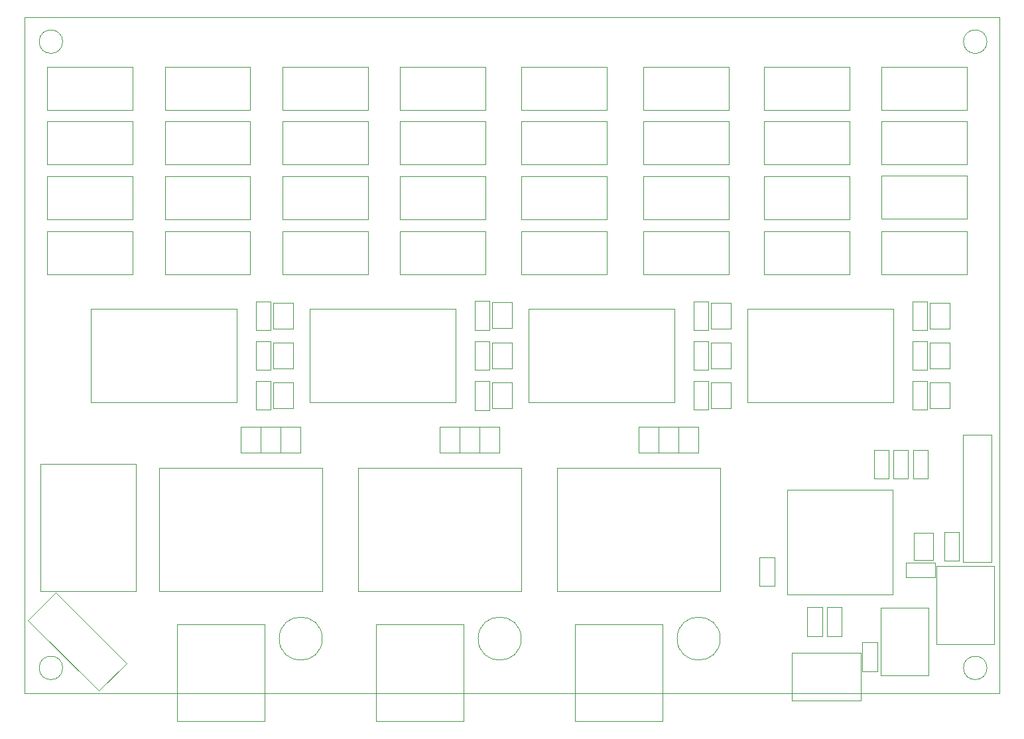
<source format=gbr>
%TF.GenerationSoftware,KiCad,Pcbnew,5.1.7+dfsg1-1~bpo10+1*%
%TF.CreationDate,2020-11-15T21:32:23+00:00*%
%TF.ProjectId,piggyback,70696767-7962-4616-936b-2e6b69636164,rev?*%
%TF.SameCoordinates,Original*%
%TF.FileFunction,Other,User*%
%FSLAX45Y45*%
G04 Gerber Fmt 4.5, Leading zero omitted, Abs format (unit mm)*
G04 Created by KiCad (PCBNEW 5.1.7+dfsg1-1~bpo10+1) date 2020-11-15 21:32:23*
%MOMM*%
%LPD*%
G01*
G04 APERTURE LIST*
%TA.AperFunction,Profile*%
%ADD10C,0.050000*%
%TD*%
%ADD11C,0.050000*%
G04 APERTURE END LIST*
D10*
X16350000Y-14150000D02*
G75*
G03*
X16350000Y-14150000I-150000J0D01*
G01*
X16350000Y-6150000D02*
G75*
G03*
X16350000Y-6150000I-150000J0D01*
G01*
X4550000Y-6150000D02*
G75*
G03*
X4550000Y-6150000I-150000J0D01*
G01*
X4550000Y-14150000D02*
G75*
G03*
X4550000Y-14150000I-150000J0D01*
G01*
X16510000Y-5842000D02*
X4064000Y-5842000D01*
X16510000Y-14478000D02*
X16510000Y-5842000D01*
X4064000Y-14478000D02*
X16510000Y-14478000D01*
X4064000Y-5842000D02*
X4064000Y-14478000D01*
D11*
X4106030Y-13538873D02*
X4459584Y-13185320D01*
X4459584Y-13185320D02*
X5364680Y-14090416D01*
X5364680Y-14090416D02*
X5011127Y-14443970D01*
X5011127Y-14443970D02*
X4106030Y-13538873D01*
X5445000Y-8420000D02*
X5445000Y-7870000D01*
X5445000Y-7870000D02*
X4355000Y-7870000D01*
X4355000Y-7870000D02*
X4355000Y-8420000D01*
X4355000Y-8420000D02*
X5445000Y-8420000D01*
X7866000Y-11593000D02*
X7866000Y-13167000D01*
X7866000Y-11593000D02*
X5784000Y-11593000D01*
X5784000Y-13167000D02*
X7866000Y-13167000D01*
X5784000Y-13167000D02*
X5784000Y-11593000D01*
X8324000Y-13167000D02*
X8324000Y-11593000D01*
X8324000Y-13167000D02*
X10406000Y-13167000D01*
X10406000Y-11593000D02*
X8324000Y-11593000D01*
X10406000Y-11593000D02*
X10406000Y-13167000D01*
X12946000Y-11593000D02*
X12946000Y-13167000D01*
X12946000Y-11593000D02*
X10864000Y-11593000D01*
X10864000Y-13167000D02*
X12946000Y-13167000D01*
X10864000Y-13167000D02*
X10864000Y-11593000D01*
X13445000Y-13105000D02*
X13445000Y-12735000D01*
X13635000Y-13105000D02*
X13445000Y-13105000D01*
X13635000Y-12735000D02*
X13635000Y-13105000D01*
X13445000Y-12735000D02*
X13635000Y-12735000D01*
X7132000Y-14831000D02*
X7132000Y-13596000D01*
X6012000Y-14831000D02*
X7132000Y-14831000D01*
X6012000Y-13596000D02*
X6012000Y-14831000D01*
X7132000Y-13596000D02*
X6012000Y-13596000D01*
X9672000Y-14831000D02*
X9672000Y-13596000D01*
X8552000Y-14831000D02*
X9672000Y-14831000D01*
X8552000Y-13596000D02*
X8552000Y-14831000D01*
X9672000Y-13596000D02*
X8552000Y-13596000D01*
X12212000Y-13596000D02*
X11092000Y-13596000D01*
X11092000Y-13596000D02*
X11092000Y-14831000D01*
X11092000Y-14831000D02*
X12212000Y-14831000D01*
X12212000Y-14831000D02*
X12212000Y-13596000D01*
X13860000Y-14564000D02*
X13860000Y-13954000D01*
X13860000Y-13954000D02*
X14740000Y-13954000D01*
X14740000Y-13954000D02*
X14740000Y-14564000D01*
X13860000Y-14564000D02*
X14740000Y-14564000D01*
X7335000Y-11401000D02*
X7335000Y-11071000D01*
X7335000Y-11401000D02*
X7585000Y-11401000D01*
X7585000Y-11071000D02*
X7335000Y-11071000D01*
X7585000Y-11071000D02*
X7585000Y-11401000D01*
X7331000Y-11071000D02*
X7331000Y-11401000D01*
X7331000Y-11071000D02*
X7081000Y-11071000D01*
X7081000Y-11401000D02*
X7331000Y-11401000D01*
X7081000Y-11401000D02*
X7081000Y-11071000D01*
X6827000Y-11401000D02*
X6827000Y-11071000D01*
X6827000Y-11401000D02*
X7077000Y-11401000D01*
X7077000Y-11071000D02*
X6827000Y-11071000D01*
X7077000Y-11071000D02*
X7077000Y-11401000D01*
X10125000Y-11071000D02*
X10125000Y-11401000D01*
X10125000Y-11071000D02*
X9875000Y-11071000D01*
X9875000Y-11401000D02*
X10125000Y-11401000D01*
X9875000Y-11401000D02*
X9875000Y-11071000D01*
X9621000Y-11401000D02*
X9621000Y-11071000D01*
X9621000Y-11401000D02*
X9871000Y-11401000D01*
X9871000Y-11071000D02*
X9621000Y-11071000D01*
X9871000Y-11071000D02*
X9871000Y-11401000D01*
X9617000Y-11071000D02*
X9617000Y-11401000D01*
X9617000Y-11071000D02*
X9367000Y-11071000D01*
X9367000Y-11401000D02*
X9617000Y-11401000D01*
X9367000Y-11401000D02*
X9367000Y-11071000D01*
X12415000Y-11401000D02*
X12415000Y-11071000D01*
X12415000Y-11401000D02*
X12665000Y-11401000D01*
X12665000Y-11071000D02*
X12415000Y-11071000D01*
X12665000Y-11071000D02*
X12665000Y-11401000D01*
X12411000Y-11071000D02*
X12411000Y-11401000D01*
X12411000Y-11071000D02*
X12161000Y-11071000D01*
X12161000Y-11401000D02*
X12411000Y-11401000D01*
X12161000Y-11401000D02*
X12161000Y-11071000D01*
X11907000Y-11401000D02*
X11907000Y-11071000D01*
X11907000Y-11401000D02*
X12157000Y-11401000D01*
X12157000Y-11071000D02*
X11907000Y-11071000D01*
X12157000Y-11071000D02*
X12157000Y-11401000D01*
X7241000Y-10833000D02*
X7241000Y-10503000D01*
X7241000Y-10833000D02*
X7491000Y-10833000D01*
X7491000Y-10503000D02*
X7241000Y-10503000D01*
X7491000Y-10503000D02*
X7491000Y-10833000D01*
X7491000Y-9995000D02*
X7491000Y-10325000D01*
X7491000Y-9995000D02*
X7241000Y-9995000D01*
X7241000Y-10325000D02*
X7491000Y-10325000D01*
X7241000Y-10325000D02*
X7241000Y-9995000D01*
X7241000Y-9817000D02*
X7241000Y-9487000D01*
X7241000Y-9817000D02*
X7491000Y-9817000D01*
X7491000Y-9487000D02*
X7241000Y-9487000D01*
X7491000Y-9487000D02*
X7491000Y-9817000D01*
X14305000Y-13377000D02*
X14495000Y-13377000D01*
X14495000Y-13377000D02*
X14495000Y-13747000D01*
X14495000Y-13747000D02*
X14305000Y-13747000D01*
X14305000Y-13747000D02*
X14305000Y-13377000D01*
X14055000Y-13747000D02*
X14055000Y-13377000D01*
X14245000Y-13747000D02*
X14055000Y-13747000D01*
X14245000Y-13377000D02*
X14245000Y-13747000D01*
X14055000Y-13377000D02*
X14245000Y-13377000D01*
X7017000Y-10853000D02*
X7017000Y-10483000D01*
X7207000Y-10853000D02*
X7017000Y-10853000D01*
X7207000Y-10483000D02*
X7207000Y-10853000D01*
X7017000Y-10483000D02*
X7207000Y-10483000D01*
X7017000Y-9975000D02*
X7207000Y-9975000D01*
X7207000Y-9975000D02*
X7207000Y-10345000D01*
X7207000Y-10345000D02*
X7017000Y-10345000D01*
X7017000Y-10345000D02*
X7017000Y-9975000D01*
X7017000Y-9837000D02*
X7017000Y-9467000D01*
X7207000Y-9837000D02*
X7017000Y-9837000D01*
X7207000Y-9467000D02*
X7207000Y-9837000D01*
X7017000Y-9467000D02*
X7207000Y-9467000D01*
X15144000Y-13216000D02*
X15144000Y-11876000D01*
X13804000Y-13216000D02*
X13804000Y-11876000D01*
X13804000Y-11876000D02*
X15144000Y-11876000D01*
X13804000Y-13216000D02*
X15144000Y-13216000D01*
X6772000Y-10755000D02*
X6772000Y-9565000D01*
X4912000Y-10755000D02*
X4912000Y-9565000D01*
X4912000Y-9565000D02*
X6772000Y-9565000D01*
X4912000Y-10755000D02*
X6772000Y-10755000D01*
X15420000Y-12425000D02*
X15660000Y-12425000D01*
X15660000Y-12775000D02*
X15420000Y-12775000D01*
X15660000Y-12425000D02*
X15660000Y-12775000D01*
X15420000Y-12775000D02*
X15420000Y-12425000D01*
X10035000Y-10837000D02*
X10035000Y-10507000D01*
X10035000Y-10837000D02*
X10285000Y-10837000D01*
X10285000Y-10507000D02*
X10035000Y-10507000D01*
X10285000Y-10507000D02*
X10285000Y-10837000D01*
X10285000Y-9995000D02*
X10285000Y-10325000D01*
X10285000Y-9995000D02*
X10035000Y-9995000D01*
X10035000Y-10325000D02*
X10285000Y-10325000D01*
X10035000Y-10325000D02*
X10035000Y-9995000D01*
X10285000Y-9483000D02*
X10285000Y-9813000D01*
X10285000Y-9483000D02*
X10035000Y-9483000D01*
X10035000Y-9813000D02*
X10285000Y-9813000D01*
X10035000Y-9813000D02*
X10035000Y-9483000D01*
X12829000Y-10833000D02*
X12829000Y-10503000D01*
X12829000Y-10833000D02*
X13079000Y-10833000D01*
X13079000Y-10503000D02*
X12829000Y-10503000D01*
X13079000Y-10503000D02*
X13079000Y-10833000D01*
X15873000Y-10503000D02*
X15873000Y-10833000D01*
X15873000Y-10503000D02*
X15623000Y-10503000D01*
X15623000Y-10833000D02*
X15873000Y-10833000D01*
X15623000Y-10833000D02*
X15623000Y-10503000D01*
X13079000Y-9995000D02*
X13079000Y-10325000D01*
X13079000Y-9995000D02*
X12829000Y-9995000D01*
X12829000Y-10325000D02*
X13079000Y-10325000D01*
X12829000Y-10325000D02*
X12829000Y-9995000D01*
X15623000Y-10325000D02*
X15623000Y-9995000D01*
X15623000Y-10325000D02*
X15873000Y-10325000D01*
X15873000Y-9995000D02*
X15623000Y-9995000D01*
X15873000Y-9995000D02*
X15873000Y-10325000D01*
X12829000Y-9817000D02*
X12829000Y-9487000D01*
X12829000Y-9817000D02*
X13079000Y-9817000D01*
X13079000Y-9487000D02*
X12829000Y-9487000D01*
X13079000Y-9487000D02*
X13079000Y-9817000D01*
X15873000Y-9487000D02*
X15873000Y-9817000D01*
X15873000Y-9487000D02*
X15623000Y-9487000D01*
X15623000Y-9817000D02*
X15873000Y-9817000D01*
X15623000Y-9817000D02*
X15623000Y-9487000D01*
X9811000Y-10857000D02*
X9811000Y-10487000D01*
X10001000Y-10857000D02*
X9811000Y-10857000D01*
X10001000Y-10487000D02*
X10001000Y-10857000D01*
X9811000Y-10487000D02*
X10001000Y-10487000D01*
X9811000Y-9975000D02*
X10001000Y-9975000D01*
X10001000Y-9975000D02*
X10001000Y-10345000D01*
X10001000Y-10345000D02*
X9811000Y-10345000D01*
X9811000Y-10345000D02*
X9811000Y-9975000D01*
X9811000Y-9833000D02*
X9811000Y-9463000D01*
X10001000Y-9833000D02*
X9811000Y-9833000D01*
X10001000Y-9463000D02*
X10001000Y-9833000D01*
X9811000Y-9463000D02*
X10001000Y-9463000D01*
X12605000Y-10483000D02*
X12795000Y-10483000D01*
X12795000Y-10483000D02*
X12795000Y-10853000D01*
X12795000Y-10853000D02*
X12605000Y-10853000D01*
X12605000Y-10853000D02*
X12605000Y-10483000D01*
X12605000Y-10345000D02*
X12605000Y-9975000D01*
X12795000Y-10345000D02*
X12605000Y-10345000D01*
X12795000Y-9975000D02*
X12795000Y-10345000D01*
X12605000Y-9975000D02*
X12795000Y-9975000D01*
X12605000Y-9467000D02*
X12795000Y-9467000D01*
X12795000Y-9467000D02*
X12795000Y-9837000D01*
X12795000Y-9837000D02*
X12605000Y-9837000D01*
X12605000Y-9837000D02*
X12605000Y-9467000D01*
X15399000Y-10853000D02*
X15399000Y-10483000D01*
X15589000Y-10853000D02*
X15399000Y-10853000D01*
X15589000Y-10483000D02*
X15589000Y-10853000D01*
X15399000Y-10483000D02*
X15589000Y-10483000D01*
X15399000Y-9975000D02*
X15589000Y-9975000D01*
X15589000Y-9975000D02*
X15589000Y-10345000D01*
X15589000Y-10345000D02*
X15399000Y-10345000D01*
X15399000Y-10345000D02*
X15399000Y-9975000D01*
X15399000Y-9837000D02*
X15399000Y-9467000D01*
X15589000Y-9837000D02*
X15399000Y-9837000D01*
X15589000Y-9467000D02*
X15589000Y-9837000D01*
X15399000Y-9467000D02*
X15589000Y-9467000D01*
X9566000Y-10755000D02*
X9566000Y-9565000D01*
X7706000Y-10755000D02*
X7706000Y-9565000D01*
X7706000Y-9565000D02*
X9566000Y-9565000D01*
X7706000Y-10755000D02*
X9566000Y-10755000D01*
X10500000Y-10755000D02*
X12360000Y-10755000D01*
X10500000Y-9565000D02*
X12360000Y-9565000D01*
X10500000Y-10755000D02*
X10500000Y-9565000D01*
X12360000Y-10755000D02*
X12360000Y-9565000D01*
X15154000Y-10755000D02*
X15154000Y-9565000D01*
X13294000Y-10755000D02*
X13294000Y-9565000D01*
X13294000Y-9565000D02*
X15154000Y-9565000D01*
X13294000Y-10755000D02*
X15154000Y-10755000D01*
X7864000Y-13776000D02*
G75*
G03*
X7864000Y-13776000I-275000J0D01*
G01*
X10404000Y-13776000D02*
G75*
G03*
X10404000Y-13776000I-275000J0D01*
G01*
X12944000Y-13776000D02*
G75*
G03*
X12944000Y-13776000I-275000J0D01*
G01*
X15315000Y-12805000D02*
X15685000Y-12805000D01*
X15315000Y-12995000D02*
X15315000Y-12805000D01*
X15685000Y-12995000D02*
X15315000Y-12995000D01*
X15685000Y-12805000D02*
X15685000Y-12995000D01*
X5445000Y-7020000D02*
X5445000Y-6470000D01*
X5445000Y-6470000D02*
X4355000Y-6470000D01*
X4355000Y-6470000D02*
X4355000Y-7020000D01*
X4355000Y-7020000D02*
X5445000Y-7020000D01*
X4355000Y-7720000D02*
X5445000Y-7720000D01*
X4355000Y-7170000D02*
X4355000Y-7720000D01*
X5445000Y-7170000D02*
X4355000Y-7170000D01*
X5445000Y-7720000D02*
X5445000Y-7170000D01*
X4355000Y-9120000D02*
X5445000Y-9120000D01*
X4355000Y-8570000D02*
X4355000Y-9120000D01*
X5445000Y-8570000D02*
X4355000Y-8570000D01*
X5445000Y-9120000D02*
X5445000Y-8570000D01*
X6945000Y-7020000D02*
X6945000Y-6470000D01*
X6945000Y-6470000D02*
X5855000Y-6470000D01*
X5855000Y-6470000D02*
X5855000Y-7020000D01*
X5855000Y-7020000D02*
X6945000Y-7020000D01*
X5855000Y-7720000D02*
X6945000Y-7720000D01*
X5855000Y-7170000D02*
X5855000Y-7720000D01*
X6945000Y-7170000D02*
X5855000Y-7170000D01*
X6945000Y-7720000D02*
X6945000Y-7170000D01*
X6945000Y-8420000D02*
X6945000Y-7870000D01*
X6945000Y-7870000D02*
X5855000Y-7870000D01*
X5855000Y-7870000D02*
X5855000Y-8420000D01*
X5855000Y-8420000D02*
X6945000Y-8420000D01*
X5855000Y-9120000D02*
X6945000Y-9120000D01*
X5855000Y-8570000D02*
X5855000Y-9120000D01*
X6945000Y-8570000D02*
X5855000Y-8570000D01*
X6945000Y-9120000D02*
X6945000Y-8570000D01*
X8445000Y-7020000D02*
X8445000Y-6470000D01*
X8445000Y-6470000D02*
X7355000Y-6470000D01*
X7355000Y-6470000D02*
X7355000Y-7020000D01*
X7355000Y-7020000D02*
X8445000Y-7020000D01*
X7355000Y-7720000D02*
X8445000Y-7720000D01*
X7355000Y-7170000D02*
X7355000Y-7720000D01*
X8445000Y-7170000D02*
X7355000Y-7170000D01*
X8445000Y-7720000D02*
X8445000Y-7170000D01*
X8445000Y-8420000D02*
X8445000Y-7870000D01*
X8445000Y-7870000D02*
X7355000Y-7870000D01*
X7355000Y-7870000D02*
X7355000Y-8420000D01*
X7355000Y-8420000D02*
X8445000Y-8420000D01*
X7355000Y-9120000D02*
X8445000Y-9120000D01*
X7355000Y-8570000D02*
X7355000Y-9120000D01*
X8445000Y-8570000D02*
X7355000Y-8570000D01*
X8445000Y-9120000D02*
X8445000Y-8570000D01*
X8855000Y-7020000D02*
X9945000Y-7020000D01*
X8855000Y-6470000D02*
X8855000Y-7020000D01*
X9945000Y-6470000D02*
X8855000Y-6470000D01*
X9945000Y-7020000D02*
X9945000Y-6470000D01*
X8855000Y-7720000D02*
X9945000Y-7720000D01*
X8855000Y-7170000D02*
X8855000Y-7720000D01*
X9945000Y-7170000D02*
X8855000Y-7170000D01*
X9945000Y-7720000D02*
X9945000Y-7170000D01*
X9945000Y-8420000D02*
X9945000Y-7870000D01*
X9945000Y-7870000D02*
X8855000Y-7870000D01*
X8855000Y-7870000D02*
X8855000Y-8420000D01*
X8855000Y-8420000D02*
X9945000Y-8420000D01*
X8855000Y-9120000D02*
X9945000Y-9120000D01*
X8855000Y-8570000D02*
X8855000Y-9120000D01*
X9945000Y-8570000D02*
X8855000Y-8570000D01*
X9945000Y-9120000D02*
X9945000Y-8570000D01*
X11495000Y-7020000D02*
X11495000Y-6470000D01*
X11495000Y-6470000D02*
X10405000Y-6470000D01*
X10405000Y-6470000D02*
X10405000Y-7020000D01*
X10405000Y-7020000D02*
X11495000Y-7020000D01*
X10405000Y-7720000D02*
X11495000Y-7720000D01*
X10405000Y-7170000D02*
X10405000Y-7720000D01*
X11495000Y-7170000D02*
X10405000Y-7170000D01*
X11495000Y-7720000D02*
X11495000Y-7170000D01*
X11495000Y-8420000D02*
X11495000Y-7870000D01*
X11495000Y-7870000D02*
X10405000Y-7870000D01*
X10405000Y-7870000D02*
X10405000Y-8420000D01*
X10405000Y-8420000D02*
X11495000Y-8420000D01*
X10405000Y-9120000D02*
X11495000Y-9120000D01*
X10405000Y-8570000D02*
X10405000Y-9120000D01*
X11495000Y-8570000D02*
X10405000Y-8570000D01*
X11495000Y-9120000D02*
X11495000Y-8570000D01*
X14595000Y-7020000D02*
X14595000Y-6470000D01*
X14595000Y-6470000D02*
X13505000Y-6470000D01*
X13505000Y-6470000D02*
X13505000Y-7020000D01*
X13505000Y-7020000D02*
X14595000Y-7020000D01*
X13505000Y-7720000D02*
X14595000Y-7720000D01*
X13505000Y-7170000D02*
X13505000Y-7720000D01*
X14595000Y-7170000D02*
X13505000Y-7170000D01*
X14595000Y-7720000D02*
X14595000Y-7170000D01*
X14595000Y-8420000D02*
X14595000Y-7870000D01*
X14595000Y-7870000D02*
X13505000Y-7870000D01*
X13505000Y-7870000D02*
X13505000Y-8420000D01*
X13505000Y-8420000D02*
X14595000Y-8420000D01*
X14595000Y-9120000D02*
X14595000Y-8570000D01*
X14595000Y-8570000D02*
X13505000Y-8570000D01*
X13505000Y-8570000D02*
X13505000Y-9120000D01*
X13505000Y-9120000D02*
X14595000Y-9120000D01*
X13053000Y-7020000D02*
X13053000Y-6470000D01*
X13053000Y-6470000D02*
X11963000Y-6470000D01*
X11963000Y-6470000D02*
X11963000Y-7020000D01*
X11963000Y-7020000D02*
X13053000Y-7020000D01*
X11963000Y-7720000D02*
X13053000Y-7720000D01*
X11963000Y-7170000D02*
X11963000Y-7720000D01*
X13053000Y-7170000D02*
X11963000Y-7170000D01*
X13053000Y-7720000D02*
X13053000Y-7170000D01*
X13053000Y-8420000D02*
X13053000Y-7870000D01*
X13053000Y-7870000D02*
X11963000Y-7870000D01*
X11963000Y-7870000D02*
X11963000Y-8420000D01*
X11963000Y-8420000D02*
X13053000Y-8420000D01*
X11965000Y-9120000D02*
X13055000Y-9120000D01*
X11965000Y-8570000D02*
X11965000Y-9120000D01*
X13055000Y-8570000D02*
X11965000Y-8570000D01*
X13055000Y-9120000D02*
X13055000Y-8570000D01*
X16095000Y-7020000D02*
X16095000Y-6470000D01*
X16095000Y-6470000D02*
X15005000Y-6470000D01*
X15005000Y-6470000D02*
X15005000Y-7020000D01*
X15005000Y-7020000D02*
X16095000Y-7020000D01*
X16095000Y-7720000D02*
X16095000Y-7170000D01*
X16095000Y-7170000D02*
X15005000Y-7170000D01*
X15005000Y-7170000D02*
X15005000Y-7720000D01*
X15005000Y-7720000D02*
X16095000Y-7720000D01*
X15005000Y-8408000D02*
X16095000Y-8408000D01*
X15005000Y-7858000D02*
X15005000Y-8408000D01*
X16095000Y-7858000D02*
X15005000Y-7858000D01*
X16095000Y-8408000D02*
X16095000Y-7858000D01*
X15005000Y-9120000D02*
X16095000Y-9120000D01*
X15005000Y-8570000D02*
X15005000Y-9120000D01*
X16095000Y-8570000D02*
X15005000Y-8570000D01*
X16095000Y-9120000D02*
X16095000Y-8570000D01*
X5490000Y-13171000D02*
X5490000Y-11546000D01*
X4270000Y-13171000D02*
X5490000Y-13171000D01*
X4270000Y-11546000D02*
X4270000Y-13171000D01*
X5490000Y-11546000D02*
X4270000Y-11546000D01*
X15605000Y-13380000D02*
X14990000Y-13380000D01*
X15605000Y-14245000D02*
X15605000Y-13380000D01*
X14990000Y-14245000D02*
X15605000Y-14245000D01*
X14990000Y-13380000D02*
X14990000Y-14245000D01*
X16405000Y-11170000D02*
X16045000Y-11170000D01*
X16405000Y-12800000D02*
X16405000Y-11170000D01*
X16045000Y-12800000D02*
X16405000Y-12800000D01*
X16045000Y-11170000D02*
X16045000Y-12800000D01*
X15595000Y-11365000D02*
X15595000Y-11735000D01*
X15405000Y-11365000D02*
X15595000Y-11365000D01*
X15405000Y-11735000D02*
X15405000Y-11365000D01*
X15595000Y-11735000D02*
X15405000Y-11735000D01*
X15995000Y-12415000D02*
X15995000Y-12785000D01*
X15805000Y-12415000D02*
X15995000Y-12415000D01*
X15805000Y-12785000D02*
X15805000Y-12415000D01*
X15995000Y-12785000D02*
X15805000Y-12785000D01*
X15345000Y-11365000D02*
X15345000Y-11735000D01*
X15155000Y-11365000D02*
X15345000Y-11365000D01*
X15155000Y-11735000D02*
X15155000Y-11365000D01*
X15345000Y-11735000D02*
X15155000Y-11735000D01*
X14905000Y-11735000D02*
X14905000Y-11365000D01*
X15095000Y-11735000D02*
X14905000Y-11735000D01*
X15095000Y-11365000D02*
X15095000Y-11735000D01*
X14905000Y-11365000D02*
X15095000Y-11365000D01*
X14950000Y-13825000D02*
X14950000Y-14195000D01*
X14760000Y-13825000D02*
X14950000Y-13825000D01*
X14760000Y-14195000D02*
X14760000Y-13825000D01*
X14950000Y-14195000D02*
X14760000Y-14195000D01*
X16445000Y-12850000D02*
X15705000Y-12850000D01*
X16445000Y-13850000D02*
X16445000Y-12850000D01*
X15705000Y-13850000D02*
X16445000Y-13850000D01*
X15705000Y-12850000D02*
X15705000Y-13850000D01*
M02*

</source>
